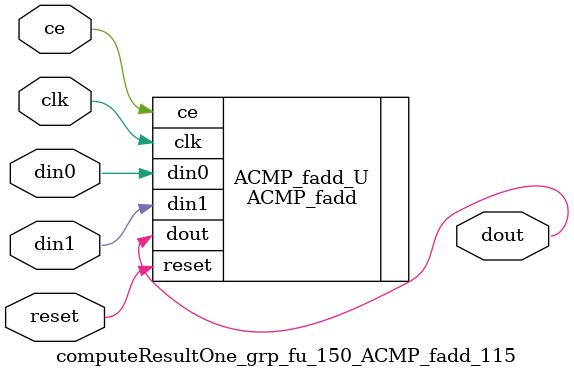
<source format=v>

`timescale 1 ns / 1 ps
module computeResultOne_grp_fu_150_ACMP_fadd_115(
    clk,
    reset,
    ce,
    din0,
    din1,
    dout);

parameter ID = 32'd1;
parameter NUM_STAGE = 32'd1;
parameter din0_WIDTH = 32'd1;
parameter din1_WIDTH = 32'd1;
parameter dout_WIDTH = 32'd1;
input clk;
input reset;
input ce;
input[din0_WIDTH - 1:0] din0;
input[din1_WIDTH - 1:0] din1;
output[dout_WIDTH - 1:0] dout;



ACMP_fadd #(
.ID( ID ),
.NUM_STAGE( 4 ),
.din0_WIDTH( din0_WIDTH ),
.din1_WIDTH( din1_WIDTH ),
.dout_WIDTH( dout_WIDTH ))
ACMP_fadd_U(
    .clk( clk ),
    .reset( reset ),
    .ce( ce ),
    .din0( din0 ),
    .din1( din1 ),
    .dout( dout ));

endmodule

</source>
